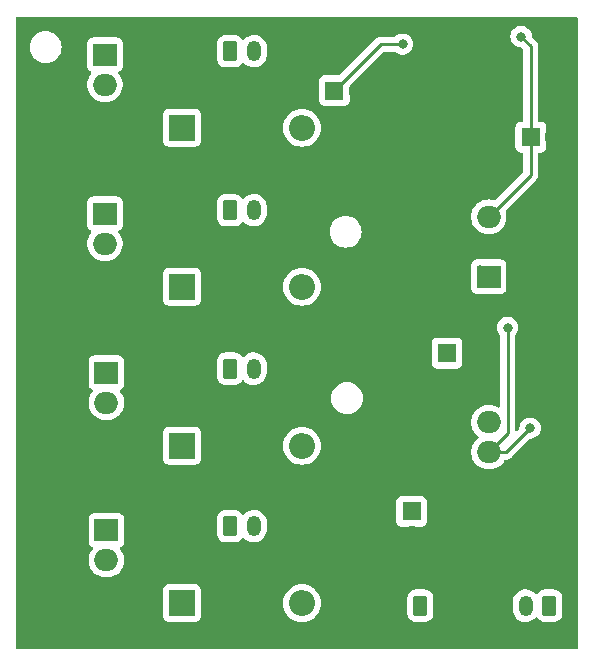
<source format=gbr>
%TF.GenerationSoftware,KiCad,Pcbnew,7.0.7*%
%TF.CreationDate,2024-03-27T23:02:26-04:00*%
%TF.ProjectId,pneu_pwr_brd,706e6575-5f70-4777-925f-6272642e6b69,rev?*%
%TF.SameCoordinates,Original*%
%TF.FileFunction,Copper,L2,Bot*%
%TF.FilePolarity,Positive*%
%FSLAX46Y46*%
G04 Gerber Fmt 4.6, Leading zero omitted, Abs format (unit mm)*
G04 Created by KiCad (PCBNEW 7.0.7) date 2024-03-27 23:02:26*
%MOMM*%
%LPD*%
G01*
G04 APERTURE LIST*
G04 Aperture macros list*
%AMRoundRect*
0 Rectangle with rounded corners*
0 $1 Rounding radius*
0 $2 $3 $4 $5 $6 $7 $8 $9 X,Y pos of 4 corners*
0 Add a 4 corners polygon primitive as box body*
4,1,4,$2,$3,$4,$5,$6,$7,$8,$9,$2,$3,0*
0 Add four circle primitives for the rounded corners*
1,1,$1+$1,$2,$3*
1,1,$1+$1,$4,$5*
1,1,$1+$1,$6,$7*
1,1,$1+$1,$8,$9*
0 Add four rect primitives between the rounded corners*
20,1,$1+$1,$2,$3,$4,$5,0*
20,1,$1+$1,$4,$5,$6,$7,0*
20,1,$1+$1,$6,$7,$8,$9,0*
20,1,$1+$1,$8,$9,$2,$3,0*%
G04 Aperture macros list end*
%TA.AperFunction,ComponentPad*%
%ADD10RoundRect,0.250000X-0.350000X-0.625000X0.350000X-0.625000X0.350000X0.625000X-0.350000X0.625000X0*%
%TD*%
%TA.AperFunction,ComponentPad*%
%ADD11O,1.200000X1.750000*%
%TD*%
%TA.AperFunction,ComponentPad*%
%ADD12R,2.000000X1.905000*%
%TD*%
%TA.AperFunction,ComponentPad*%
%ADD13O,2.000000X1.905000*%
%TD*%
%TA.AperFunction,ComponentPad*%
%ADD14R,2.200000X2.200000*%
%TD*%
%TA.AperFunction,ComponentPad*%
%ADD15O,2.200000X2.200000*%
%TD*%
%TA.AperFunction,ComponentPad*%
%ADD16R,1.600000X1.600000*%
%TD*%
%TA.AperFunction,ComponentPad*%
%ADD17C,1.600000*%
%TD*%
%TA.AperFunction,ComponentPad*%
%ADD18RoundRect,0.250000X0.350000X0.625000X-0.350000X0.625000X-0.350000X-0.625000X0.350000X-0.625000X0*%
%TD*%
%TA.AperFunction,ViaPad*%
%ADD19C,0.800000*%
%TD*%
%TA.AperFunction,Conductor*%
%ADD20C,0.250000*%
%TD*%
%TA.AperFunction,Conductor*%
%ADD21C,0.500000*%
%TD*%
G04 APERTURE END LIST*
D10*
%TO.P,J6,1,Pin_1*%
%TO.N,SLN1+*%
X155448000Y-94023000D03*
D11*
%TO.P,J6,2,Pin_2*%
%TO.N,SLN4-*%
X157448000Y-94023000D03*
%TD*%
D12*
%TO.P,U1,1,IN*%
%TO.N,SLN1+*%
X177348000Y-72898000D03*
D13*
%TO.P,U1,2,GND*%
%TO.N,GND*%
X177348000Y-70358000D03*
%TO.P,U1,3,OUT*%
%TO.N,+5V*%
X177348000Y-67818000D03*
%TD*%
D12*
%TO.P,Q6,1,G*%
%TO.N,Net-(Q6-G)*%
X144978000Y-94361000D03*
D13*
%TO.P,Q6,2,D*%
%TO.N,SLN4-*%
X144978000Y-96901000D03*
%TO.P,Q6,3,S*%
%TO.N,GND*%
X144978000Y-99441000D03*
%TD*%
D10*
%TO.P,J3,1,Pin_1*%
%TO.N,SLN1+*%
X155464000Y-53806000D03*
D11*
%TO.P,J3,2,Pin_2*%
%TO.N,SLN1-*%
X157464000Y-53806000D03*
%TD*%
D14*
%TO.P,D4,1,K*%
%TO.N,SLN1+*%
X151368000Y-100542000D03*
D15*
%TO.P,D4,2,A*%
%TO.N,SLN4-*%
X161528000Y-100542000D03*
%TD*%
D16*
%TO.P,C4,1*%
%TO.N,+3.3V*%
X170815000Y-92770888D03*
D17*
%TO.P,C4,2*%
%TO.N,GND*%
X170815000Y-94770888D03*
%TD*%
D14*
%TO.P,D2,1,K*%
%TO.N,SLN1+*%
X151368000Y-73745000D03*
D15*
%TO.P,D2,2,A*%
%TO.N,SLN2-*%
X161528000Y-73745000D03*
%TD*%
D18*
%TO.P,J2,1,Pin_1*%
%TO.N,Net-(J2-Pin_1)*%
X171561000Y-100753000D03*
D11*
%TO.P,J2,2,Pin_2*%
%TO.N,GND*%
X169561000Y-100753000D03*
%TD*%
D14*
%TO.P,D1,1,K*%
%TO.N,SLN1+*%
X151368000Y-60283000D03*
D15*
%TO.P,D1,2,A*%
%TO.N,SLN1-*%
X161528000Y-60283000D03*
%TD*%
D12*
%TO.P,Q3,1,G*%
%TO.N,Net-(Q3-G)*%
X144851000Y-54102000D03*
D13*
%TO.P,Q3,2,D*%
%TO.N,SLN1-*%
X144851000Y-56642000D03*
%TO.P,Q3,3,S*%
%TO.N,GND*%
X144851000Y-59182000D03*
%TD*%
D18*
%TO.P,J1,1,Pin_1*%
%TO.N,Net-(J1-Pin_1)*%
X182483000Y-100753000D03*
D11*
%TO.P,J1,2,Pin_2*%
%TO.N,Net-(J1-Pin_2)*%
X180483000Y-100753000D03*
%TD*%
D16*
%TO.P,C2,1*%
%TO.N,SLN1+*%
X173802113Y-79375000D03*
D17*
%TO.P,C2,2*%
%TO.N,GND*%
X171802113Y-79375000D03*
%TD*%
D12*
%TO.P,Q5,1,G*%
%TO.N,Net-(Q5-G)*%
X144978000Y-81026000D03*
D13*
%TO.P,Q5,2,D*%
%TO.N,SLN3-*%
X144978000Y-83566000D03*
%TO.P,Q5,3,S*%
%TO.N,GND*%
X144978000Y-86106000D03*
%TD*%
D14*
%TO.P,D3,1,K*%
%TO.N,SLN1+*%
X151368000Y-87207000D03*
D15*
%TO.P,D3,2,A*%
%TO.N,SLN3-*%
X161528000Y-87207000D03*
%TD*%
D10*
%TO.P,J4,1,Pin_1*%
%TO.N,SLN1+*%
X155432000Y-67268000D03*
D11*
%TO.P,J4,2,Pin_2*%
%TO.N,SLN2-*%
X157432000Y-67268000D03*
%TD*%
D10*
%TO.P,J5,1,Pin_1*%
%TO.N,SLN1+*%
X155448000Y-80688000D03*
D11*
%TO.P,J5,2,Pin_2*%
%TO.N,SLN3-*%
X157448000Y-80688000D03*
%TD*%
D16*
%TO.P,C3,1*%
%TO.N,+5V*%
X180908888Y-61087000D03*
D17*
%TO.P,C3,2*%
%TO.N,GND*%
X182908888Y-61087000D03*
%TD*%
D12*
%TO.P,Q4,1,G*%
%TO.N,Net-(Q4-G)*%
X144851000Y-67564000D03*
D13*
%TO.P,Q4,2,D*%
%TO.N,SLN2-*%
X144851000Y-70104000D03*
%TO.P,Q4,3,S*%
%TO.N,GND*%
X144851000Y-72644000D03*
%TD*%
D12*
%TO.P,U2,1,GND*%
%TO.N,GND*%
X177348000Y-90297000D03*
D13*
%TO.P,U2,2,VO*%
%TO.N,+3.3V*%
X177348000Y-87757000D03*
%TO.P,U2,3,VI*%
%TO.N,SLN1+*%
X177348000Y-85217000D03*
%TD*%
D16*
%TO.P,C1,1*%
%TO.N,+5V*%
X164271888Y-57150000D03*
D17*
%TO.P,C1,2*%
%TO.N,GND*%
X166271888Y-57150000D03*
%TD*%
D19*
%TO.N,+5V*%
X180086000Y-52578000D03*
X170053000Y-53213000D03*
%TO.N,+3.3V*%
X180848000Y-85725000D03*
X178943000Y-77216000D03*
%TD*%
D20*
%TO.N,+5V*%
X180908888Y-53400888D02*
X180086000Y-52578000D01*
X180908888Y-64257112D02*
X180908888Y-63627000D01*
X170053000Y-53213000D02*
X168208888Y-53213000D01*
X177348000Y-67818000D02*
X180908888Y-64257112D01*
X168208888Y-53213000D02*
X164271888Y-57150000D01*
X180908888Y-63627000D02*
X180908888Y-53400888D01*
D21*
%TO.N,SLN1+*%
X177348000Y-72898000D02*
X176645000Y-72195000D01*
X155448000Y-67284000D02*
X155432000Y-67268000D01*
X155432000Y-67268000D02*
X155464000Y-67236000D01*
D20*
%TO.N,+3.3V*%
X178943000Y-86162000D02*
X177348000Y-87757000D01*
X180848000Y-85725000D02*
X180721000Y-85852000D01*
X178816000Y-87757000D02*
X177348000Y-87757000D01*
X180848000Y-85725000D02*
X178816000Y-87757000D01*
X180721000Y-85852000D02*
X180721000Y-85852000D01*
X178943000Y-77216000D02*
X178943000Y-86162000D01*
%TD*%
%TA.AperFunction,Conductor*%
%TO.N,GND*%
G36*
X184854539Y-50947185D02*
G01*
X184900294Y-50999989D01*
X184911500Y-51051500D01*
X184911500Y-104269500D01*
X184891815Y-104336539D01*
X184839011Y-104382294D01*
X184787500Y-104393500D01*
X137411500Y-104393500D01*
X137344461Y-104373815D01*
X137298706Y-104321011D01*
X137287500Y-104269500D01*
X137287500Y-101689870D01*
X149767500Y-101689870D01*
X149767501Y-101689876D01*
X149773908Y-101749483D01*
X149824202Y-101884328D01*
X149824206Y-101884335D01*
X149910452Y-101999544D01*
X149910455Y-101999547D01*
X150025664Y-102085793D01*
X150025671Y-102085797D01*
X150160517Y-102136091D01*
X150160516Y-102136091D01*
X150167444Y-102136835D01*
X150220127Y-102142500D01*
X152515872Y-102142499D01*
X152575483Y-102136091D01*
X152710331Y-102085796D01*
X152825546Y-101999546D01*
X152911796Y-101884331D01*
X152962091Y-101749483D01*
X152968500Y-101689873D01*
X152968499Y-100541999D01*
X159922551Y-100541999D01*
X159942317Y-100793151D01*
X160001126Y-101038110D01*
X160097533Y-101270859D01*
X160229160Y-101485653D01*
X160229161Y-101485656D01*
X160267717Y-101530799D01*
X160392776Y-101677224D01*
X160490769Y-101760918D01*
X160584343Y-101840838D01*
X160584346Y-101840839D01*
X160799140Y-101972466D01*
X161017256Y-102062812D01*
X161031889Y-102068873D01*
X161276852Y-102127683D01*
X161528000Y-102147449D01*
X161779148Y-102127683D01*
X162024111Y-102068873D01*
X162256859Y-101972466D01*
X162471659Y-101840836D01*
X162663224Y-101677224D01*
X162826836Y-101485659D01*
X162862169Y-101428001D01*
X170460500Y-101428001D01*
X170460501Y-101428018D01*
X170471000Y-101530796D01*
X170471001Y-101530799D01*
X170496529Y-101607835D01*
X170526186Y-101697334D01*
X170618288Y-101846656D01*
X170742344Y-101970712D01*
X170891666Y-102062814D01*
X171058203Y-102117999D01*
X171160991Y-102128500D01*
X171961008Y-102128499D01*
X171961016Y-102128498D01*
X171961019Y-102128498D01*
X172022143Y-102122254D01*
X172063797Y-102117999D01*
X172230334Y-102062814D01*
X172379656Y-101970712D01*
X172503712Y-101846656D01*
X172595814Y-101697334D01*
X172650999Y-101530797D01*
X172661500Y-101428009D01*
X172661500Y-101080425D01*
X179382500Y-101080425D01*
X179397472Y-101237217D01*
X179397473Y-101237221D01*
X179453495Y-101428016D01*
X179456684Y-101438875D01*
X179480803Y-101485659D01*
X179552991Y-101625686D01*
X179682905Y-101790883D01*
X179682909Y-101790887D01*
X179841746Y-101928521D01*
X180023750Y-102033601D01*
X180023752Y-102033601D01*
X180023756Y-102033604D01*
X180222367Y-102102344D01*
X180430398Y-102132254D01*
X180640330Y-102122254D01*
X180844576Y-102072704D01*
X181004767Y-101999547D01*
X181035743Y-101985401D01*
X181035746Y-101985399D01*
X181035753Y-101985396D01*
X181206952Y-101863486D01*
X181304751Y-101760916D01*
X181365258Y-101725983D01*
X181435049Y-101729307D01*
X181491963Y-101769835D01*
X181500030Y-101781388D01*
X181540288Y-101846656D01*
X181664344Y-101970712D01*
X181813666Y-102062814D01*
X181980203Y-102117999D01*
X182082991Y-102128500D01*
X182883008Y-102128499D01*
X182883016Y-102128498D01*
X182883019Y-102128498D01*
X182944143Y-102122254D01*
X182985797Y-102117999D01*
X183152334Y-102062814D01*
X183301656Y-101970712D01*
X183425712Y-101846656D01*
X183517814Y-101697334D01*
X183572999Y-101530797D01*
X183583500Y-101428009D01*
X183583499Y-100077992D01*
X183572999Y-99975203D01*
X183517814Y-99808666D01*
X183425712Y-99659344D01*
X183301656Y-99535288D01*
X183208888Y-99478069D01*
X183152336Y-99443187D01*
X183152331Y-99443185D01*
X183122488Y-99433296D01*
X182985797Y-99388001D01*
X182985795Y-99388000D01*
X182883010Y-99377500D01*
X182082998Y-99377500D01*
X182082980Y-99377501D01*
X181980203Y-99388000D01*
X181980200Y-99388001D01*
X181813668Y-99443185D01*
X181813663Y-99443187D01*
X181664342Y-99535289D01*
X181540288Y-99659343D01*
X181540285Y-99659347D01*
X181501184Y-99722740D01*
X181449236Y-99769465D01*
X181380274Y-99780686D01*
X181316192Y-99752843D01*
X181298175Y-99734294D01*
X181283092Y-99715114D01*
X181283090Y-99715112D01*
X181124253Y-99577478D01*
X180942249Y-99472398D01*
X180942245Y-99472396D01*
X180942244Y-99472396D01*
X180743633Y-99403656D01*
X180535602Y-99373746D01*
X180535598Y-99373746D01*
X180325672Y-99383745D01*
X180121421Y-99433296D01*
X180121417Y-99433298D01*
X179930256Y-99520598D01*
X179930251Y-99520601D01*
X179759046Y-99642515D01*
X179759040Y-99642520D01*
X179614014Y-99794620D01*
X179500388Y-99971425D01*
X179422274Y-100166544D01*
X179398317Y-100290848D01*
X179382500Y-100372915D01*
X179382500Y-101080425D01*
X172661500Y-101080425D01*
X172661499Y-100077992D01*
X172650999Y-99975203D01*
X172595814Y-99808666D01*
X172503712Y-99659344D01*
X172379656Y-99535288D01*
X172286888Y-99478069D01*
X172230336Y-99443187D01*
X172230331Y-99443185D01*
X172200488Y-99433296D01*
X172063797Y-99388001D01*
X172063795Y-99388000D01*
X171961010Y-99377500D01*
X171160998Y-99377500D01*
X171160980Y-99377501D01*
X171058203Y-99388000D01*
X171058200Y-99388001D01*
X170891668Y-99443185D01*
X170891663Y-99443187D01*
X170742342Y-99535289D01*
X170618289Y-99659342D01*
X170526187Y-99808663D01*
X170526185Y-99808666D01*
X170526186Y-99808666D01*
X170471001Y-99975203D01*
X170471001Y-99975204D01*
X170471000Y-99975204D01*
X170460500Y-100077983D01*
X170460500Y-101428001D01*
X162862169Y-101428001D01*
X162958466Y-101270859D01*
X163054873Y-101038111D01*
X163113683Y-100793148D01*
X163133449Y-100542000D01*
X163113683Y-100290852D01*
X163054873Y-100045889D01*
X163054873Y-100045888D01*
X162958466Y-99813140D01*
X162826839Y-99598346D01*
X162826838Y-99598343D01*
X162719270Y-99472398D01*
X162663224Y-99406776D01*
X162536571Y-99298604D01*
X162471656Y-99243161D01*
X162471653Y-99243160D01*
X162256859Y-99111533D01*
X162024110Y-99015126D01*
X161779151Y-98956317D01*
X161528000Y-98936551D01*
X161276848Y-98956317D01*
X161031889Y-99015126D01*
X160799140Y-99111533D01*
X160584346Y-99243160D01*
X160584343Y-99243161D01*
X160392776Y-99406776D01*
X160229161Y-99598343D01*
X160229160Y-99598346D01*
X160097533Y-99813140D01*
X160001126Y-100045889D01*
X159942317Y-100290848D01*
X159922551Y-100541999D01*
X152968499Y-100541999D01*
X152968499Y-99394128D01*
X152962091Y-99334517D01*
X152928017Y-99243161D01*
X152911797Y-99199671D01*
X152911793Y-99199664D01*
X152825547Y-99084455D01*
X152825544Y-99084452D01*
X152710335Y-98998206D01*
X152710328Y-98998202D01*
X152575482Y-98947908D01*
X152575483Y-98947908D01*
X152515883Y-98941501D01*
X152515881Y-98941500D01*
X152515873Y-98941500D01*
X152515864Y-98941500D01*
X150220129Y-98941500D01*
X150220123Y-98941501D01*
X150160516Y-98947908D01*
X150025671Y-98998202D01*
X150025664Y-98998206D01*
X149910455Y-99084452D01*
X149910452Y-99084455D01*
X149824206Y-99199664D01*
X149824202Y-99199671D01*
X149773908Y-99334517D01*
X149767501Y-99394116D01*
X149767501Y-99394123D01*
X149767500Y-99394135D01*
X149767500Y-101689870D01*
X137287500Y-101689870D01*
X137287500Y-97021397D01*
X143477500Y-97021397D01*
X143517134Y-97258916D01*
X143595318Y-97486656D01*
X143595321Y-97486665D01*
X143709929Y-97698441D01*
X143753451Y-97754358D01*
X143857829Y-97888463D01*
X144034990Y-98051551D01*
X144236578Y-98183255D01*
X144457095Y-98279983D01*
X144690524Y-98339095D01*
X144870400Y-98354000D01*
X144870402Y-98354000D01*
X145085598Y-98354000D01*
X145085600Y-98354000D01*
X145265476Y-98339095D01*
X145498905Y-98279983D01*
X145719422Y-98183255D01*
X145921010Y-98051551D01*
X146098171Y-97888463D01*
X146246072Y-97698439D01*
X146360679Y-97486664D01*
X146438866Y-97258913D01*
X146478500Y-97021399D01*
X146478500Y-96780601D01*
X146438866Y-96543087D01*
X146360679Y-96315336D01*
X146246072Y-96103561D01*
X146246070Y-96103559D01*
X146246070Y-96103558D01*
X146246066Y-96103552D01*
X146135167Y-95961069D01*
X146109524Y-95896075D01*
X146123090Y-95827535D01*
X146171559Y-95777211D01*
X146189681Y-95768727D01*
X146220331Y-95757296D01*
X146335546Y-95671046D01*
X146421796Y-95555831D01*
X146472091Y-95420983D01*
X146478500Y-95361373D01*
X146478500Y-94698001D01*
X154347500Y-94698001D01*
X154347501Y-94698018D01*
X154358000Y-94800796D01*
X154358001Y-94800799D01*
X154389443Y-94895682D01*
X154413186Y-94967334D01*
X154505288Y-95116656D01*
X154629344Y-95240712D01*
X154778666Y-95332814D01*
X154945203Y-95387999D01*
X155047991Y-95398500D01*
X155848008Y-95398499D01*
X155848016Y-95398498D01*
X155848019Y-95398498D01*
X155909143Y-95392254D01*
X155950797Y-95387999D01*
X156117334Y-95332814D01*
X156266656Y-95240712D01*
X156390712Y-95116656D01*
X156429815Y-95053258D01*
X156481761Y-95006535D01*
X156550723Y-94995312D01*
X156614806Y-95023155D01*
X156632824Y-95041705D01*
X156647907Y-95060885D01*
X156647909Y-95060887D01*
X156806746Y-95198521D01*
X156988750Y-95303601D01*
X156988752Y-95303601D01*
X156988756Y-95303604D01*
X157187367Y-95372344D01*
X157395398Y-95402254D01*
X157605330Y-95392254D01*
X157809576Y-95342704D01*
X157895199Y-95303601D01*
X158000743Y-95255401D01*
X158000746Y-95255399D01*
X158000753Y-95255396D01*
X158171952Y-95133486D01*
X158187999Y-95116657D01*
X158316985Y-94981379D01*
X158326010Y-94967336D01*
X158430613Y-94804572D01*
X158508725Y-94609457D01*
X158548500Y-94403085D01*
X158548500Y-93695575D01*
X158541165Y-93618758D01*
X169514500Y-93618758D01*
X169514501Y-93618764D01*
X169520908Y-93678371D01*
X169571202Y-93813216D01*
X169571206Y-93813223D01*
X169657452Y-93928432D01*
X169657455Y-93928435D01*
X169772664Y-94014681D01*
X169772671Y-94014685D01*
X169907517Y-94064979D01*
X169907516Y-94064979D01*
X169914444Y-94065723D01*
X169967127Y-94071388D01*
X171662872Y-94071387D01*
X171722483Y-94064979D01*
X171857331Y-94014684D01*
X171972546Y-93928434D01*
X172058796Y-93813219D01*
X172109091Y-93678371D01*
X172115500Y-93618761D01*
X172115499Y-91923016D01*
X172109091Y-91863405D01*
X172058796Y-91728557D01*
X172058795Y-91728556D01*
X172058793Y-91728552D01*
X171972547Y-91613343D01*
X171972544Y-91613340D01*
X171857335Y-91527094D01*
X171857328Y-91527090D01*
X171722482Y-91476796D01*
X171722483Y-91476796D01*
X171662883Y-91470389D01*
X171662881Y-91470388D01*
X171662873Y-91470388D01*
X171662864Y-91470388D01*
X169967129Y-91470388D01*
X169967123Y-91470389D01*
X169907516Y-91476796D01*
X169772671Y-91527090D01*
X169772664Y-91527094D01*
X169657455Y-91613340D01*
X169657452Y-91613343D01*
X169571206Y-91728552D01*
X169571202Y-91728559D01*
X169520908Y-91863405D01*
X169514501Y-91923004D01*
X169514501Y-91923011D01*
X169514500Y-91923023D01*
X169514500Y-93618758D01*
X158541165Y-93618758D01*
X158533528Y-93538782D01*
X158474316Y-93337125D01*
X158378011Y-93150318D01*
X158378009Y-93150316D01*
X158378008Y-93150313D01*
X158248094Y-92985116D01*
X158248090Y-92985112D01*
X158089253Y-92847478D01*
X157907249Y-92742398D01*
X157907245Y-92742396D01*
X157907244Y-92742396D01*
X157708633Y-92673656D01*
X157500602Y-92643746D01*
X157500598Y-92643746D01*
X157290672Y-92653745D01*
X157086421Y-92703296D01*
X157086417Y-92703298D01*
X156895256Y-92790598D01*
X156895251Y-92790601D01*
X156724046Y-92912515D01*
X156724045Y-92912515D01*
X156626249Y-93015082D01*
X156565740Y-93050017D01*
X156495949Y-93046692D01*
X156439035Y-93006164D01*
X156430967Y-92994608D01*
X156412521Y-92964702D01*
X156390712Y-92929344D01*
X156266656Y-92805288D01*
X156173888Y-92748069D01*
X156117336Y-92713187D01*
X156117331Y-92713185D01*
X156087488Y-92703296D01*
X155950797Y-92658001D01*
X155950795Y-92658000D01*
X155848010Y-92647500D01*
X155047998Y-92647500D01*
X155047980Y-92647501D01*
X154945203Y-92658000D01*
X154945200Y-92658001D01*
X154778668Y-92713185D01*
X154778663Y-92713187D01*
X154629342Y-92805289D01*
X154505289Y-92929342D01*
X154413187Y-93078663D01*
X154413185Y-93078666D01*
X154413186Y-93078666D01*
X154358001Y-93245203D01*
X154358001Y-93245204D01*
X154358000Y-93245204D01*
X154347500Y-93347983D01*
X154347500Y-94698001D01*
X146478500Y-94698001D01*
X146478499Y-93360628D01*
X146472091Y-93301017D01*
X146421796Y-93166169D01*
X146421795Y-93166168D01*
X146421793Y-93166164D01*
X146335547Y-93050955D01*
X146335544Y-93050952D01*
X146220335Y-92964706D01*
X146220328Y-92964702D01*
X146085482Y-92914408D01*
X146085483Y-92914408D01*
X146025883Y-92908001D01*
X146025881Y-92908000D01*
X146025873Y-92908000D01*
X146025864Y-92908000D01*
X143930129Y-92908000D01*
X143930123Y-92908001D01*
X143870516Y-92914408D01*
X143735671Y-92964702D01*
X143735664Y-92964706D01*
X143620455Y-93050952D01*
X143620452Y-93050955D01*
X143534206Y-93166164D01*
X143534202Y-93166171D01*
X143483908Y-93301017D01*
X143477501Y-93360616D01*
X143477501Y-93360623D01*
X143477500Y-93360635D01*
X143477500Y-95361370D01*
X143477501Y-95361376D01*
X143483908Y-95420983D01*
X143534202Y-95555828D01*
X143534206Y-95555835D01*
X143620452Y-95671044D01*
X143620455Y-95671047D01*
X143735664Y-95757293D01*
X143735673Y-95757298D01*
X143766311Y-95768725D01*
X143822245Y-95810595D01*
X143846663Y-95876059D01*
X143831812Y-95944332D01*
X143820833Y-95961069D01*
X143709929Y-96103559D01*
X143595321Y-96315334D01*
X143595318Y-96315343D01*
X143517134Y-96543083D01*
X143477500Y-96780602D01*
X143477500Y-97021397D01*
X137287500Y-97021397D01*
X137287500Y-88354870D01*
X149767500Y-88354870D01*
X149767501Y-88354876D01*
X149773908Y-88414483D01*
X149824202Y-88549328D01*
X149824206Y-88549335D01*
X149910452Y-88664544D01*
X149910455Y-88664547D01*
X150025664Y-88750793D01*
X150025671Y-88750797D01*
X150160517Y-88801091D01*
X150160516Y-88801091D01*
X150167444Y-88801835D01*
X150220127Y-88807500D01*
X152515872Y-88807499D01*
X152575483Y-88801091D01*
X152710331Y-88750796D01*
X152825546Y-88664546D01*
X152911796Y-88549331D01*
X152962091Y-88414483D01*
X152968500Y-88354873D01*
X152968499Y-87206999D01*
X159922551Y-87206999D01*
X159942317Y-87458151D01*
X160001126Y-87703110D01*
X160097533Y-87935859D01*
X160229160Y-88150653D01*
X160229161Y-88150656D01*
X160254812Y-88180689D01*
X160392776Y-88342224D01*
X160517693Y-88448913D01*
X160584343Y-88505838D01*
X160584346Y-88505839D01*
X160799140Y-88637466D01*
X161031888Y-88733873D01*
X161031889Y-88733873D01*
X161276852Y-88792683D01*
X161528000Y-88812449D01*
X161779148Y-88792683D01*
X162024111Y-88733873D01*
X162256859Y-88637466D01*
X162471659Y-88505836D01*
X162663224Y-88342224D01*
X162826836Y-88150659D01*
X162958466Y-87935859D01*
X162982682Y-87877397D01*
X175847500Y-87877397D01*
X175887134Y-88114916D01*
X175965318Y-88342656D01*
X175965321Y-88342665D01*
X176079929Y-88554441D01*
X176123451Y-88610358D01*
X176227829Y-88744463D01*
X176404990Y-88907551D01*
X176606578Y-89039255D01*
X176827095Y-89135983D01*
X177060524Y-89195095D01*
X177240400Y-89210000D01*
X177240402Y-89210000D01*
X177455598Y-89210000D01*
X177455600Y-89210000D01*
X177635476Y-89195095D01*
X177868905Y-89135983D01*
X178089422Y-89039255D01*
X178291010Y-88907551D01*
X178468171Y-88744463D01*
X178616072Y-88554439D01*
X178673181Y-88448910D01*
X178722398Y-88399322D01*
X178778337Y-88383991D01*
X178824172Y-88382551D01*
X178825815Y-88382500D01*
X178855347Y-88382500D01*
X178855350Y-88382500D01*
X178862228Y-88381630D01*
X178868041Y-88381172D01*
X178914627Y-88379709D01*
X178933869Y-88374117D01*
X178952912Y-88370174D01*
X178972792Y-88367664D01*
X179016122Y-88350507D01*
X179021646Y-88348617D01*
X179025396Y-88347527D01*
X179066390Y-88335618D01*
X179083629Y-88325422D01*
X179101103Y-88316862D01*
X179119727Y-88309488D01*
X179119727Y-88309487D01*
X179119732Y-88309486D01*
X179157449Y-88282082D01*
X179162305Y-88278892D01*
X179202420Y-88255170D01*
X179216589Y-88240999D01*
X179231379Y-88228368D01*
X179247587Y-88216594D01*
X179277299Y-88180676D01*
X179281212Y-88176376D01*
X180795771Y-86661819D01*
X180857095Y-86628334D01*
X180883453Y-86625500D01*
X180942644Y-86625500D01*
X180942646Y-86625500D01*
X181127803Y-86586144D01*
X181300730Y-86509151D01*
X181453871Y-86397888D01*
X181580533Y-86257216D01*
X181675179Y-86093284D01*
X181733674Y-85913256D01*
X181753460Y-85725000D01*
X181733674Y-85536744D01*
X181675179Y-85356716D01*
X181580533Y-85192784D01*
X181453871Y-85052112D01*
X181453870Y-85052111D01*
X181300734Y-84940851D01*
X181300729Y-84940848D01*
X181127807Y-84863857D01*
X181127802Y-84863855D01*
X180982001Y-84832865D01*
X180942646Y-84824500D01*
X180753354Y-84824500D01*
X180720897Y-84831398D01*
X180568197Y-84863855D01*
X180568192Y-84863857D01*
X180395270Y-84940848D01*
X180395265Y-84940851D01*
X180242129Y-85052111D01*
X180115466Y-85192785D01*
X180020821Y-85356715D01*
X180020818Y-85356722D01*
X179962327Y-85536740D01*
X179962326Y-85536744D01*
X179947256Y-85680127D01*
X179944679Y-85704650D01*
X179918094Y-85769264D01*
X179909039Y-85779369D01*
X179780181Y-85908227D01*
X179718858Y-85941712D01*
X179649166Y-85936728D01*
X179593233Y-85894856D01*
X179568816Y-85829392D01*
X179568500Y-85820546D01*
X179568500Y-77914687D01*
X179588185Y-77847648D01*
X179600350Y-77831715D01*
X179618891Y-77811122D01*
X179675533Y-77748216D01*
X179770179Y-77584284D01*
X179828674Y-77404256D01*
X179848460Y-77216000D01*
X179828674Y-77027744D01*
X179770179Y-76847716D01*
X179675533Y-76683784D01*
X179548871Y-76543112D01*
X179548870Y-76543111D01*
X179395734Y-76431851D01*
X179395729Y-76431848D01*
X179222807Y-76354857D01*
X179222802Y-76354855D01*
X179077001Y-76323865D01*
X179037646Y-76315500D01*
X178848354Y-76315500D01*
X178815897Y-76322398D01*
X178663197Y-76354855D01*
X178663192Y-76354857D01*
X178490270Y-76431848D01*
X178490265Y-76431851D01*
X178337129Y-76543111D01*
X178210466Y-76683785D01*
X178115821Y-76847715D01*
X178115818Y-76847722D01*
X178057327Y-77027740D01*
X178057326Y-77027744D01*
X178037540Y-77216000D01*
X178057326Y-77404256D01*
X178057327Y-77404259D01*
X178115818Y-77584277D01*
X178115821Y-77584284D01*
X178210467Y-77748216D01*
X178253772Y-77796310D01*
X178285650Y-77831715D01*
X178315880Y-77894706D01*
X178317500Y-77914687D01*
X178317500Y-83854623D01*
X178297815Y-83921662D01*
X178245011Y-83967417D01*
X178175853Y-83977361D01*
X178125680Y-83958432D01*
X178089425Y-83934746D01*
X177868905Y-83838017D01*
X177635472Y-83778904D01*
X177491329Y-83766960D01*
X177455600Y-83764000D01*
X177240400Y-83764000D01*
X177207898Y-83766693D01*
X177060527Y-83778904D01*
X176827094Y-83838017D01*
X176606581Y-83934743D01*
X176606577Y-83934745D01*
X176606578Y-83934745D01*
X176404990Y-84066449D01*
X176227829Y-84229537D01*
X176184305Y-84285456D01*
X176079929Y-84419558D01*
X175965321Y-84631334D01*
X175965318Y-84631343D01*
X175887134Y-84859083D01*
X175862936Y-85004095D01*
X175847500Y-85096601D01*
X175847500Y-85337399D01*
X175863353Y-85432404D01*
X175887134Y-85574916D01*
X175965318Y-85802656D01*
X175965321Y-85802665D01*
X176079929Y-86014441D01*
X176114701Y-86059116D01*
X176227829Y-86204463D01*
X176404990Y-86367551D01*
X176428931Y-86383193D01*
X176474287Y-86436339D01*
X176483710Y-86505570D01*
X176454207Y-86568906D01*
X176428933Y-86590806D01*
X176404990Y-86606449D01*
X176227829Y-86769537D01*
X176184305Y-86825456D01*
X176079929Y-86959558D01*
X175965321Y-87171334D01*
X175965318Y-87171343D01*
X175887134Y-87399083D01*
X175847500Y-87636602D01*
X175847500Y-87877397D01*
X162982682Y-87877397D01*
X163054873Y-87703111D01*
X163113683Y-87458148D01*
X163133449Y-87207000D01*
X163113683Y-86955852D01*
X163054873Y-86710889D01*
X163003202Y-86586144D01*
X162958466Y-86478140D01*
X162826839Y-86263346D01*
X162826838Y-86263343D01*
X162704333Y-86119909D01*
X162663224Y-86071776D01*
X162505103Y-85936728D01*
X162471656Y-85908161D01*
X162471653Y-85908160D01*
X162256859Y-85776533D01*
X162024110Y-85680126D01*
X161779151Y-85621317D01*
X161528000Y-85601551D01*
X161276848Y-85621317D01*
X161031889Y-85680126D01*
X160799140Y-85776533D01*
X160584346Y-85908160D01*
X160584343Y-85908161D01*
X160392776Y-86071776D01*
X160229161Y-86263343D01*
X160229160Y-86263346D01*
X160097533Y-86478140D01*
X160001126Y-86710889D01*
X159942317Y-86955848D01*
X159922551Y-87206999D01*
X152968499Y-87206999D01*
X152968499Y-86059128D01*
X152962091Y-85999517D01*
X152938672Y-85936728D01*
X152911797Y-85864671D01*
X152911793Y-85864664D01*
X152825547Y-85749455D01*
X152825544Y-85749452D01*
X152710335Y-85663206D01*
X152710328Y-85663202D01*
X152575482Y-85612908D01*
X152575483Y-85612908D01*
X152515883Y-85606501D01*
X152515881Y-85606500D01*
X152515873Y-85606500D01*
X152515864Y-85606500D01*
X150220129Y-85606500D01*
X150220123Y-85606501D01*
X150160516Y-85612908D01*
X150025671Y-85663202D01*
X150025664Y-85663206D01*
X149910455Y-85749452D01*
X149910452Y-85749455D01*
X149824206Y-85864664D01*
X149824202Y-85864671D01*
X149773908Y-85999517D01*
X149772304Y-86014441D01*
X149767501Y-86059123D01*
X149767500Y-86059135D01*
X149767500Y-88354870D01*
X137287500Y-88354870D01*
X137287500Y-83686399D01*
X143477500Y-83686399D01*
X143493353Y-83781404D01*
X143517134Y-83923916D01*
X143595318Y-84151656D01*
X143595321Y-84151665D01*
X143709929Y-84363441D01*
X143753451Y-84419358D01*
X143857829Y-84553463D01*
X144034990Y-84716551D01*
X144236578Y-84848255D01*
X144457095Y-84944983D01*
X144690524Y-85004095D01*
X144870400Y-85019000D01*
X144870402Y-85019000D01*
X145085598Y-85019000D01*
X145085600Y-85019000D01*
X145265476Y-85004095D01*
X145498905Y-84944983D01*
X145719422Y-84848255D01*
X145921010Y-84716551D01*
X146098171Y-84553463D01*
X146246072Y-84363439D01*
X146360679Y-84151664D01*
X146438866Y-83923913D01*
X146478500Y-83686399D01*
X146478500Y-83445601D01*
X146438866Y-83208087D01*
X146430940Y-83185000D01*
X163998341Y-83185000D01*
X164018936Y-83420403D01*
X164018938Y-83420413D01*
X164080094Y-83648655D01*
X164080096Y-83648659D01*
X164080097Y-83648663D01*
X164097693Y-83686397D01*
X164179964Y-83862828D01*
X164179965Y-83862830D01*
X164315505Y-84056402D01*
X164482597Y-84223494D01*
X164676169Y-84359034D01*
X164676171Y-84359035D01*
X164890337Y-84458903D01*
X165118592Y-84520063D01*
X165295034Y-84535500D01*
X165412966Y-84535500D01*
X165589408Y-84520063D01*
X165817663Y-84458903D01*
X166031829Y-84359035D01*
X166225401Y-84223495D01*
X166392495Y-84056401D01*
X166528035Y-83862830D01*
X166627903Y-83648663D01*
X166689063Y-83420408D01*
X166709659Y-83185000D01*
X166689063Y-82949592D01*
X166627903Y-82721337D01*
X166528035Y-82507171D01*
X166528034Y-82507169D01*
X166392494Y-82313597D01*
X166225402Y-82146505D01*
X166031830Y-82010965D01*
X166031828Y-82010964D01*
X165924746Y-81961031D01*
X165817663Y-81911097D01*
X165817659Y-81911096D01*
X165817655Y-81911094D01*
X165589413Y-81849938D01*
X165589403Y-81849936D01*
X165412966Y-81834500D01*
X165295034Y-81834500D01*
X165118596Y-81849936D01*
X165118586Y-81849938D01*
X164890344Y-81911094D01*
X164890335Y-81911098D01*
X164676171Y-82010964D01*
X164676169Y-82010965D01*
X164482597Y-82146505D01*
X164315506Y-82313597D01*
X164315501Y-82313604D01*
X164179967Y-82507165D01*
X164179965Y-82507169D01*
X164080098Y-82721335D01*
X164080094Y-82721344D01*
X164018938Y-82949586D01*
X164018936Y-82949596D01*
X163998341Y-83184999D01*
X163998341Y-83185000D01*
X146430940Y-83185000D01*
X146360681Y-82980343D01*
X146360678Y-82980334D01*
X146246070Y-82768558D01*
X146246066Y-82768552D01*
X146135167Y-82626069D01*
X146109524Y-82561075D01*
X146123090Y-82492535D01*
X146171559Y-82442211D01*
X146189681Y-82433727D01*
X146220331Y-82422296D01*
X146335546Y-82336046D01*
X146421796Y-82220831D01*
X146472091Y-82085983D01*
X146478500Y-82026373D01*
X146478500Y-81363001D01*
X154347500Y-81363001D01*
X154347501Y-81363018D01*
X154358000Y-81465796D01*
X154358001Y-81465799D01*
X154389443Y-81560682D01*
X154413186Y-81632334D01*
X154505288Y-81781656D01*
X154629344Y-81905712D01*
X154778666Y-81997814D01*
X154945203Y-82052999D01*
X155047991Y-82063500D01*
X155848008Y-82063499D01*
X155848016Y-82063498D01*
X155848019Y-82063498D01*
X155909143Y-82057254D01*
X155950797Y-82052999D01*
X156117334Y-81997814D01*
X156266656Y-81905712D01*
X156390712Y-81781656D01*
X156429815Y-81718258D01*
X156481761Y-81671535D01*
X156550723Y-81660312D01*
X156614806Y-81688155D01*
X156632824Y-81706705D01*
X156647907Y-81725885D01*
X156647909Y-81725887D01*
X156806746Y-81863521D01*
X156988750Y-81968601D01*
X156988752Y-81968601D01*
X156988756Y-81968604D01*
X157187367Y-82037344D01*
X157395398Y-82067254D01*
X157605330Y-82057254D01*
X157809576Y-82007704D01*
X157895199Y-81968601D01*
X158000743Y-81920401D01*
X158000746Y-81920399D01*
X158000753Y-81920396D01*
X158171952Y-81798486D01*
X158187999Y-81781657D01*
X158316985Y-81646379D01*
X158326010Y-81632336D01*
X158430613Y-81469572D01*
X158508725Y-81274457D01*
X158548500Y-81068085D01*
X158548500Y-80360575D01*
X158535351Y-80222870D01*
X172501613Y-80222870D01*
X172501614Y-80222876D01*
X172508021Y-80282483D01*
X172558315Y-80417328D01*
X172558319Y-80417335D01*
X172644565Y-80532544D01*
X172644568Y-80532547D01*
X172759777Y-80618793D01*
X172759784Y-80618797D01*
X172894630Y-80669091D01*
X172894629Y-80669091D01*
X172901557Y-80669835D01*
X172954240Y-80675500D01*
X174649985Y-80675499D01*
X174709596Y-80669091D01*
X174844444Y-80618796D01*
X174959659Y-80532546D01*
X175045909Y-80417331D01*
X175096204Y-80282483D01*
X175102613Y-80222873D01*
X175102612Y-78527128D01*
X175096204Y-78467517D01*
X175045909Y-78332669D01*
X175045908Y-78332668D01*
X175045906Y-78332664D01*
X174959660Y-78217455D01*
X174959657Y-78217452D01*
X174844448Y-78131206D01*
X174844441Y-78131202D01*
X174709595Y-78080908D01*
X174709596Y-78080908D01*
X174649996Y-78074501D01*
X174649994Y-78074500D01*
X174649986Y-78074500D01*
X174649977Y-78074500D01*
X172954242Y-78074500D01*
X172954236Y-78074501D01*
X172894629Y-78080908D01*
X172759784Y-78131202D01*
X172759777Y-78131206D01*
X172644568Y-78217452D01*
X172644565Y-78217455D01*
X172558319Y-78332664D01*
X172558315Y-78332671D01*
X172508021Y-78467517D01*
X172501614Y-78527116D01*
X172501614Y-78527123D01*
X172501613Y-78527135D01*
X172501613Y-80222870D01*
X158535351Y-80222870D01*
X158533528Y-80203782D01*
X158474316Y-80002125D01*
X158378011Y-79815318D01*
X158378009Y-79815316D01*
X158378008Y-79815313D01*
X158248094Y-79650116D01*
X158248090Y-79650112D01*
X158089253Y-79512478D01*
X157907249Y-79407398D01*
X157907245Y-79407396D01*
X157907244Y-79407396D01*
X157708633Y-79338656D01*
X157500602Y-79308746D01*
X157500598Y-79308746D01*
X157290672Y-79318745D01*
X157086421Y-79368296D01*
X157086417Y-79368298D01*
X156895256Y-79455598D01*
X156895251Y-79455601D01*
X156724046Y-79577515D01*
X156724045Y-79577515D01*
X156626249Y-79680082D01*
X156565740Y-79715017D01*
X156495949Y-79711692D01*
X156439035Y-79671164D01*
X156430967Y-79659608D01*
X156412521Y-79629702D01*
X156390712Y-79594344D01*
X156266656Y-79470288D01*
X156173888Y-79413068D01*
X156117336Y-79378187D01*
X156117331Y-79378185D01*
X156087488Y-79368296D01*
X155950797Y-79323001D01*
X155950795Y-79323000D01*
X155848010Y-79312500D01*
X155047998Y-79312500D01*
X155047980Y-79312501D01*
X154945203Y-79323000D01*
X154945200Y-79323001D01*
X154778668Y-79378185D01*
X154778663Y-79378187D01*
X154629342Y-79470289D01*
X154505289Y-79594342D01*
X154413187Y-79743663D01*
X154413185Y-79743666D01*
X154413186Y-79743666D01*
X154358001Y-79910203D01*
X154358001Y-79910204D01*
X154358000Y-79910204D01*
X154347500Y-80012983D01*
X154347500Y-81363001D01*
X146478500Y-81363001D01*
X146478499Y-80025628D01*
X146472091Y-79966017D01*
X146421796Y-79831169D01*
X146421795Y-79831168D01*
X146421793Y-79831164D01*
X146335547Y-79715955D01*
X146335544Y-79715952D01*
X146220335Y-79629706D01*
X146220328Y-79629702D01*
X146085482Y-79579408D01*
X146085483Y-79579408D01*
X146025883Y-79573001D01*
X146025881Y-79573000D01*
X146025873Y-79573000D01*
X146025864Y-79573000D01*
X143930129Y-79573000D01*
X143930123Y-79573001D01*
X143870516Y-79579408D01*
X143735671Y-79629702D01*
X143735664Y-79629706D01*
X143620455Y-79715952D01*
X143620452Y-79715955D01*
X143534206Y-79831164D01*
X143534202Y-79831171D01*
X143483908Y-79966017D01*
X143477501Y-80025616D01*
X143477501Y-80025623D01*
X143477500Y-80025635D01*
X143477500Y-82026370D01*
X143477501Y-82026376D01*
X143483908Y-82085983D01*
X143534202Y-82220828D01*
X143534206Y-82220835D01*
X143620452Y-82336044D01*
X143620455Y-82336047D01*
X143735664Y-82422293D01*
X143735673Y-82422298D01*
X143766311Y-82433725D01*
X143822245Y-82475595D01*
X143846663Y-82541059D01*
X143831812Y-82609332D01*
X143820833Y-82626069D01*
X143709929Y-82768559D01*
X143595321Y-82980334D01*
X143595318Y-82980343D01*
X143517134Y-83208083D01*
X143485426Y-83398098D01*
X143477500Y-83445601D01*
X143477500Y-83686399D01*
X137287500Y-83686399D01*
X137287500Y-74892870D01*
X149767500Y-74892870D01*
X149767501Y-74892876D01*
X149773908Y-74952483D01*
X149824202Y-75087328D01*
X149824206Y-75087335D01*
X149910452Y-75202544D01*
X149910455Y-75202547D01*
X150025664Y-75288793D01*
X150025671Y-75288797D01*
X150160517Y-75339091D01*
X150160516Y-75339091D01*
X150167444Y-75339835D01*
X150220127Y-75345500D01*
X152515872Y-75345499D01*
X152575483Y-75339091D01*
X152710331Y-75288796D01*
X152825546Y-75202546D01*
X152911796Y-75087331D01*
X152962091Y-74952483D01*
X152968500Y-74892873D01*
X152968499Y-73745000D01*
X159922551Y-73745000D01*
X159942317Y-73996151D01*
X160001126Y-74241110D01*
X160097533Y-74473859D01*
X160229160Y-74688653D01*
X160229161Y-74688656D01*
X160229164Y-74688659D01*
X160392776Y-74880224D01*
X160541066Y-75006875D01*
X160584343Y-75043838D01*
X160584346Y-75043839D01*
X160799140Y-75175466D01*
X161031888Y-75271872D01*
X161031889Y-75271873D01*
X161276852Y-75330683D01*
X161528000Y-75350449D01*
X161779148Y-75330683D01*
X162024111Y-75271873D01*
X162256859Y-75175466D01*
X162471659Y-75043836D01*
X162663224Y-74880224D01*
X162826836Y-74688659D01*
X162958466Y-74473859D01*
X163054873Y-74241111D01*
X163113683Y-73996148D01*
X163121378Y-73898370D01*
X175847500Y-73898370D01*
X175847501Y-73898376D01*
X175853908Y-73957983D01*
X175904202Y-74092828D01*
X175904206Y-74092835D01*
X175990452Y-74208044D01*
X175990455Y-74208047D01*
X176105664Y-74294293D01*
X176105671Y-74294297D01*
X176240517Y-74344591D01*
X176240516Y-74344591D01*
X176247444Y-74345335D01*
X176300127Y-74351000D01*
X178395872Y-74350999D01*
X178455483Y-74344591D01*
X178590331Y-74294296D01*
X178705546Y-74208046D01*
X178791796Y-74092831D01*
X178842091Y-73957983D01*
X178848500Y-73898373D01*
X178848499Y-71897628D01*
X178842091Y-71838017D01*
X178791796Y-71703169D01*
X178791795Y-71703168D01*
X178791793Y-71703164D01*
X178705547Y-71587955D01*
X178705544Y-71587952D01*
X178590335Y-71501706D01*
X178590328Y-71501702D01*
X178455482Y-71451408D01*
X178455483Y-71451408D01*
X178395883Y-71445001D01*
X178395881Y-71445000D01*
X178395873Y-71445000D01*
X178395865Y-71445000D01*
X176736764Y-71445000D01*
X176711695Y-71442439D01*
X176710856Y-71442266D01*
X176710855Y-71442266D01*
X176663863Y-71443633D01*
X176616871Y-71445000D01*
X176300130Y-71445000D01*
X176300123Y-71445001D01*
X176240516Y-71451408D01*
X176105671Y-71501702D01*
X176105664Y-71501706D01*
X175990455Y-71587952D01*
X175990452Y-71587955D01*
X175904206Y-71703164D01*
X175904202Y-71703171D01*
X175853908Y-71838017D01*
X175847501Y-71897616D01*
X175847501Y-71897623D01*
X175847500Y-71897635D01*
X175847500Y-73898370D01*
X163121378Y-73898370D01*
X163133449Y-73745000D01*
X163113683Y-73493852D01*
X163054873Y-73248889D01*
X162958466Y-73016141D01*
X162958466Y-73016140D01*
X162826839Y-72801346D01*
X162826838Y-72801343D01*
X162789875Y-72758066D01*
X162663224Y-72609776D01*
X162536571Y-72501604D01*
X162471656Y-72446161D01*
X162471653Y-72446160D01*
X162256859Y-72314533D01*
X162024110Y-72218126D01*
X161779151Y-72159317D01*
X161528000Y-72139551D01*
X161276848Y-72159317D01*
X161031889Y-72218126D01*
X160799140Y-72314533D01*
X160584346Y-72446160D01*
X160584343Y-72446161D01*
X160392776Y-72609776D01*
X160229161Y-72801343D01*
X160229160Y-72801346D01*
X160097533Y-73016140D01*
X160001126Y-73248889D01*
X159942317Y-73493848D01*
X159922551Y-73745000D01*
X152968499Y-73745000D01*
X152968499Y-72597128D01*
X152962091Y-72537517D01*
X152928017Y-72446161D01*
X152911797Y-72402671D01*
X152911793Y-72402664D01*
X152825547Y-72287455D01*
X152825544Y-72287452D01*
X152710335Y-72201206D01*
X152710328Y-72201202D01*
X152575482Y-72150908D01*
X152575483Y-72150908D01*
X152515883Y-72144501D01*
X152515881Y-72144500D01*
X152515873Y-72144500D01*
X152515864Y-72144500D01*
X150220129Y-72144500D01*
X150220123Y-72144501D01*
X150160516Y-72150908D01*
X150025671Y-72201202D01*
X150025664Y-72201206D01*
X149910455Y-72287452D01*
X149910452Y-72287455D01*
X149824206Y-72402664D01*
X149824202Y-72402671D01*
X149773908Y-72537517D01*
X149767501Y-72597116D01*
X149767501Y-72597123D01*
X149767500Y-72597135D01*
X149767500Y-74892870D01*
X137287500Y-74892870D01*
X137287500Y-70224399D01*
X143350500Y-70224399D01*
X143366353Y-70319404D01*
X143390134Y-70461916D01*
X143468318Y-70689656D01*
X143468321Y-70689665D01*
X143582929Y-70901441D01*
X143626451Y-70957358D01*
X143730829Y-71091463D01*
X143907990Y-71254551D01*
X144109578Y-71386255D01*
X144330095Y-71482983D01*
X144563524Y-71542095D01*
X144743400Y-71557000D01*
X144743402Y-71557000D01*
X144958598Y-71557000D01*
X144958600Y-71557000D01*
X145138476Y-71542095D01*
X145371905Y-71482983D01*
X145592422Y-71386255D01*
X145794010Y-71254551D01*
X145971171Y-71091463D01*
X146119072Y-70901439D01*
X146233679Y-70689664D01*
X146311866Y-70461913D01*
X146351500Y-70224399D01*
X146351500Y-69983601D01*
X146311866Y-69746087D01*
X146233679Y-69518336D01*
X146119072Y-69306561D01*
X146119070Y-69306559D01*
X146119070Y-69306558D01*
X146119066Y-69306552D01*
X146008167Y-69164069D01*
X145982524Y-69099075D01*
X145984716Y-69088000D01*
X163871341Y-69088000D01*
X163891936Y-69323403D01*
X163891938Y-69323413D01*
X163953094Y-69551655D01*
X163953096Y-69551659D01*
X163953097Y-69551663D01*
X164003031Y-69658745D01*
X164052964Y-69765828D01*
X164052965Y-69765830D01*
X164188505Y-69959402D01*
X164355597Y-70126494D01*
X164549169Y-70262034D01*
X164549171Y-70262035D01*
X164763337Y-70361903D01*
X164991592Y-70423063D01*
X165168034Y-70438500D01*
X165285966Y-70438500D01*
X165462408Y-70423063D01*
X165690663Y-70361903D01*
X165904829Y-70262035D01*
X166098401Y-70126495D01*
X166265495Y-69959401D01*
X166401035Y-69765830D01*
X166500903Y-69551663D01*
X166562063Y-69323408D01*
X166582659Y-69088000D01*
X166562063Y-68852592D01*
X166500903Y-68624337D01*
X166401035Y-68410171D01*
X166401034Y-68410169D01*
X166265494Y-68216597D01*
X166098402Y-68049505D01*
X165939723Y-67938397D01*
X175847500Y-67938397D01*
X175887134Y-68175916D01*
X175965318Y-68403656D01*
X175965321Y-68403665D01*
X176079929Y-68615441D01*
X176123451Y-68671358D01*
X176227829Y-68805463D01*
X176404990Y-68968551D01*
X176606578Y-69100255D01*
X176827095Y-69196983D01*
X177060524Y-69256095D01*
X177240400Y-69271000D01*
X177240402Y-69271000D01*
X177455598Y-69271000D01*
X177455600Y-69271000D01*
X177635476Y-69256095D01*
X177868905Y-69196983D01*
X178089422Y-69100255D01*
X178291010Y-68968551D01*
X178468171Y-68805463D01*
X178616072Y-68615439D01*
X178730679Y-68403664D01*
X178808866Y-68175913D01*
X178848500Y-67938399D01*
X178848500Y-67697601D01*
X178808866Y-67460087D01*
X178778192Y-67370739D01*
X178775043Y-67300942D01*
X178807791Y-67242798D01*
X181292676Y-64757913D01*
X181304930Y-64748098D01*
X181304747Y-64747876D01*
X181310754Y-64742904D01*
X181310765Y-64742898D01*
X181341663Y-64709994D01*
X181358115Y-64692476D01*
X181368559Y-64682030D01*
X181379008Y-64671583D01*
X181383267Y-64666090D01*
X181387040Y-64661673D01*
X181418950Y-64627694D01*
X181428601Y-64610136D01*
X181439284Y-64593873D01*
X181451561Y-64578048D01*
X181470073Y-64535265D01*
X181472626Y-64530053D01*
X181495085Y-64489204D01*
X181500068Y-64469792D01*
X181506369Y-64451392D01*
X181514325Y-64433008D01*
X181521617Y-64386964D01*
X181522794Y-64381283D01*
X181534388Y-64336131D01*
X181534388Y-64316095D01*
X181535915Y-64296694D01*
X181539048Y-64276916D01*
X181534663Y-64230527D01*
X181534388Y-64224689D01*
X181534388Y-62511499D01*
X181554073Y-62444460D01*
X181606877Y-62398705D01*
X181658388Y-62387499D01*
X181756759Y-62387499D01*
X181756760Y-62387499D01*
X181816371Y-62381091D01*
X181951219Y-62330796D01*
X182066434Y-62244546D01*
X182152684Y-62129331D01*
X182202979Y-61994483D01*
X182209388Y-61934873D01*
X182209387Y-60239128D01*
X182202979Y-60179517D01*
X182152684Y-60044669D01*
X182152683Y-60044668D01*
X182152681Y-60044664D01*
X182066435Y-59929455D01*
X182066432Y-59929452D01*
X181951223Y-59843206D01*
X181951216Y-59843202D01*
X181816370Y-59792908D01*
X181816371Y-59792908D01*
X181756771Y-59786501D01*
X181756769Y-59786500D01*
X181756761Y-59786500D01*
X181756753Y-59786500D01*
X181658388Y-59786500D01*
X181591349Y-59766815D01*
X181545594Y-59714011D01*
X181534388Y-59662500D01*
X181534388Y-53483625D01*
X181536112Y-53468011D01*
X181535826Y-53467984D01*
X181536560Y-53460221D01*
X181534707Y-53401259D01*
X181534388Y-53391090D01*
X181534388Y-53361538D01*
X181533517Y-53354647D01*
X181533060Y-53348833D01*
X181531597Y-53302262D01*
X181531597Y-53302260D01*
X181526008Y-53283025D01*
X181522062Y-53263972D01*
X181519552Y-53244096D01*
X181502389Y-53200747D01*
X181500502Y-53195234D01*
X181487505Y-53150498D01*
X181487504Y-53150496D01*
X181477309Y-53133257D01*
X181468748Y-53115781D01*
X181463145Y-53101629D01*
X181461374Y-53097156D01*
X181461374Y-53097155D01*
X181451362Y-53083376D01*
X181433971Y-53059438D01*
X181430788Y-53054593D01*
X181407058Y-53014467D01*
X181407053Y-53014461D01*
X181392893Y-53000301D01*
X181380258Y-52985508D01*
X181368481Y-52969300D01*
X181332581Y-52939601D01*
X181328269Y-52935678D01*
X181024960Y-52632369D01*
X180991475Y-52571046D01*
X180989323Y-52557668D01*
X180971674Y-52389744D01*
X180913179Y-52209716D01*
X180818533Y-52045784D01*
X180691871Y-51905112D01*
X180691870Y-51905111D01*
X180538734Y-51793851D01*
X180538729Y-51793848D01*
X180365807Y-51716857D01*
X180365802Y-51716855D01*
X180220001Y-51685865D01*
X180180646Y-51677500D01*
X179991354Y-51677500D01*
X179958897Y-51684398D01*
X179806197Y-51716855D01*
X179806192Y-51716857D01*
X179633270Y-51793848D01*
X179633265Y-51793851D01*
X179480129Y-51905111D01*
X179353466Y-52045785D01*
X179258821Y-52209715D01*
X179258818Y-52209722D01*
X179212636Y-52351857D01*
X179200326Y-52389744D01*
X179180540Y-52578000D01*
X179200326Y-52766256D01*
X179200327Y-52766259D01*
X179258818Y-52946277D01*
X179258821Y-52946284D01*
X179353467Y-53110216D01*
X179462749Y-53231586D01*
X179480129Y-53250888D01*
X179633265Y-53362148D01*
X179633270Y-53362151D01*
X179806192Y-53439142D01*
X179806197Y-53439144D01*
X179991354Y-53478500D01*
X180050547Y-53478500D01*
X180117586Y-53498185D01*
X180138223Y-53514814D01*
X180247070Y-53623660D01*
X180280554Y-53684981D01*
X180283388Y-53711340D01*
X180283388Y-59662500D01*
X180263703Y-59729539D01*
X180210899Y-59775294D01*
X180159389Y-59786500D01*
X180061018Y-59786500D01*
X180061011Y-59786501D01*
X180001404Y-59792908D01*
X179866559Y-59843202D01*
X179866552Y-59843206D01*
X179751343Y-59929452D01*
X179751340Y-59929455D01*
X179665094Y-60044664D01*
X179665090Y-60044671D01*
X179614796Y-60179517D01*
X179608389Y-60239116D01*
X179608389Y-60239123D01*
X179608388Y-60239135D01*
X179608388Y-61934870D01*
X179608389Y-61934876D01*
X179614796Y-61994483D01*
X179665090Y-62129328D01*
X179665094Y-62129335D01*
X179751340Y-62244544D01*
X179751343Y-62244547D01*
X179866552Y-62330793D01*
X179866559Y-62330797D01*
X179911506Y-62347560D01*
X180001405Y-62381091D01*
X180061015Y-62387500D01*
X180159388Y-62387499D01*
X180226426Y-62407183D01*
X180272182Y-62459986D01*
X180283388Y-62511499D01*
X180283388Y-63946658D01*
X180263703Y-64013697D01*
X180247069Y-64034339D01*
X177897569Y-66383838D01*
X177836246Y-66417323D01*
X177779448Y-66416363D01*
X177635472Y-66379904D01*
X177491329Y-66367960D01*
X177455600Y-66365000D01*
X177240400Y-66365000D01*
X177207898Y-66367693D01*
X177060527Y-66379904D01*
X176827094Y-66439017D01*
X176606581Y-66535743D01*
X176404990Y-66667449D01*
X176278619Y-66783782D01*
X176227829Y-66830537D01*
X176184305Y-66886456D01*
X176079929Y-67020558D01*
X175965321Y-67232334D01*
X175965318Y-67232343D01*
X175887134Y-67460083D01*
X175847500Y-67697602D01*
X175847500Y-67938397D01*
X165939723Y-67938397D01*
X165904830Y-67913965D01*
X165904828Y-67913964D01*
X165797745Y-67864030D01*
X165690663Y-67814097D01*
X165690659Y-67814096D01*
X165690655Y-67814094D01*
X165462413Y-67752938D01*
X165462403Y-67752936D01*
X165285966Y-67737500D01*
X165168034Y-67737500D01*
X164991596Y-67752936D01*
X164991586Y-67752938D01*
X164763344Y-67814094D01*
X164763335Y-67814098D01*
X164549171Y-67913964D01*
X164549169Y-67913965D01*
X164355597Y-68049505D01*
X164188506Y-68216597D01*
X164188501Y-68216604D01*
X164052967Y-68410165D01*
X164052965Y-68410169D01*
X163953098Y-68624335D01*
X163953094Y-68624344D01*
X163891938Y-68852586D01*
X163891936Y-68852596D01*
X163871341Y-69087999D01*
X163871341Y-69088000D01*
X145984716Y-69088000D01*
X145996090Y-69030535D01*
X146044559Y-68980211D01*
X146062681Y-68971727D01*
X146093331Y-68960296D01*
X146208546Y-68874046D01*
X146294796Y-68758831D01*
X146345091Y-68623983D01*
X146351500Y-68564373D01*
X146351500Y-67943001D01*
X154331500Y-67943001D01*
X154331501Y-67943018D01*
X154342000Y-68045796D01*
X154342001Y-68045799D01*
X154397185Y-68212331D01*
X154397187Y-68212336D01*
X154399820Y-68216604D01*
X154489288Y-68361656D01*
X154613344Y-68485712D01*
X154762666Y-68577814D01*
X154929203Y-68632999D01*
X155031991Y-68643500D01*
X155832008Y-68643499D01*
X155832016Y-68643498D01*
X155832019Y-68643498D01*
X155893143Y-68637254D01*
X155934797Y-68632999D01*
X156101334Y-68577814D01*
X156250656Y-68485712D01*
X156374712Y-68361656D01*
X156413815Y-68298258D01*
X156465761Y-68251535D01*
X156534723Y-68240312D01*
X156598806Y-68268155D01*
X156616824Y-68286705D01*
X156631907Y-68305885D01*
X156631909Y-68305887D01*
X156790746Y-68443521D01*
X156972750Y-68548601D01*
X156972752Y-68548601D01*
X156972756Y-68548604D01*
X157171367Y-68617344D01*
X157379398Y-68647254D01*
X157589330Y-68637254D01*
X157793576Y-68587704D01*
X157879199Y-68548601D01*
X157984743Y-68500401D01*
X157984746Y-68500399D01*
X157984753Y-68500396D01*
X158155952Y-68378486D01*
X158171999Y-68361657D01*
X158300985Y-68226379D01*
X158307267Y-68216604D01*
X158414613Y-68049572D01*
X158492725Y-67854457D01*
X158532500Y-67648085D01*
X158532500Y-66940575D01*
X158517528Y-66783782D01*
X158458316Y-66582125D01*
X158362011Y-66395318D01*
X158362009Y-66395316D01*
X158362008Y-66395313D01*
X158232094Y-66230116D01*
X158232090Y-66230112D01*
X158073253Y-66092478D01*
X157891249Y-65987398D01*
X157891245Y-65987396D01*
X157891244Y-65987396D01*
X157692633Y-65918656D01*
X157484602Y-65888746D01*
X157484598Y-65888746D01*
X157274672Y-65898745D01*
X157070421Y-65948296D01*
X157070417Y-65948298D01*
X156879256Y-66035598D01*
X156879251Y-66035601D01*
X156708046Y-66157515D01*
X156708045Y-66157515D01*
X156610249Y-66260082D01*
X156549740Y-66295017D01*
X156479949Y-66291692D01*
X156423035Y-66251164D01*
X156414967Y-66239608D01*
X156409110Y-66230112D01*
X156374712Y-66174344D01*
X156250656Y-66050288D01*
X156157888Y-65993068D01*
X156101336Y-65958187D01*
X156101331Y-65958185D01*
X156071488Y-65948296D01*
X155934797Y-65903001D01*
X155934795Y-65903000D01*
X155832010Y-65892500D01*
X155031998Y-65892500D01*
X155031980Y-65892501D01*
X154929203Y-65903000D01*
X154929200Y-65903001D01*
X154762668Y-65958185D01*
X154762663Y-65958187D01*
X154613342Y-66050289D01*
X154489289Y-66174342D01*
X154397187Y-66323663D01*
X154397185Y-66323668D01*
X154378550Y-66379905D01*
X154342001Y-66490203D01*
X154342001Y-66490204D01*
X154342000Y-66490204D01*
X154331500Y-66592983D01*
X154331500Y-67943001D01*
X146351500Y-67943001D01*
X146351499Y-66563628D01*
X146345091Y-66504017D01*
X146318849Y-66433659D01*
X146294797Y-66369171D01*
X146294793Y-66369164D01*
X146208547Y-66253955D01*
X146208544Y-66253952D01*
X146093335Y-66167706D01*
X146093328Y-66167702D01*
X145958482Y-66117408D01*
X145958483Y-66117408D01*
X145898883Y-66111001D01*
X145898881Y-66111000D01*
X145898873Y-66111000D01*
X145898864Y-66111000D01*
X143803129Y-66111000D01*
X143803123Y-66111001D01*
X143743516Y-66117408D01*
X143608671Y-66167702D01*
X143608664Y-66167706D01*
X143493455Y-66253952D01*
X143493452Y-66253955D01*
X143407206Y-66369164D01*
X143407202Y-66369171D01*
X143356908Y-66504017D01*
X143350501Y-66563616D01*
X143350501Y-66563623D01*
X143350500Y-66563635D01*
X143350500Y-68564370D01*
X143350501Y-68564376D01*
X143356908Y-68623983D01*
X143407202Y-68758828D01*
X143407206Y-68758835D01*
X143493452Y-68874044D01*
X143493455Y-68874047D01*
X143608664Y-68960293D01*
X143608673Y-68960298D01*
X143639311Y-68971725D01*
X143695245Y-69013595D01*
X143719663Y-69079059D01*
X143704812Y-69147332D01*
X143693833Y-69164069D01*
X143582929Y-69306559D01*
X143468321Y-69518334D01*
X143468318Y-69518343D01*
X143390134Y-69746083D01*
X143358426Y-69936098D01*
X143350500Y-69983601D01*
X143350500Y-70224399D01*
X137287500Y-70224399D01*
X137287500Y-61430870D01*
X149767500Y-61430870D01*
X149767501Y-61430876D01*
X149773908Y-61490483D01*
X149824202Y-61625328D01*
X149824206Y-61625335D01*
X149910452Y-61740544D01*
X149910455Y-61740547D01*
X150025664Y-61826793D01*
X150025671Y-61826797D01*
X150160517Y-61877091D01*
X150160516Y-61877091D01*
X150167444Y-61877835D01*
X150220127Y-61883500D01*
X152515872Y-61883499D01*
X152575483Y-61877091D01*
X152710331Y-61826796D01*
X152825546Y-61740546D01*
X152911796Y-61625331D01*
X152962091Y-61490483D01*
X152968500Y-61430873D01*
X152968499Y-60282999D01*
X159922551Y-60282999D01*
X159942317Y-60534151D01*
X160001126Y-60779110D01*
X160097533Y-61011859D01*
X160229160Y-61226653D01*
X160229161Y-61226656D01*
X160229164Y-61226659D01*
X160392776Y-61418224D01*
X160541066Y-61544875D01*
X160584343Y-61581838D01*
X160584346Y-61581839D01*
X160799140Y-61713466D01*
X161031888Y-61809873D01*
X161031889Y-61809873D01*
X161276852Y-61868683D01*
X161528000Y-61888449D01*
X161779148Y-61868683D01*
X162024111Y-61809873D01*
X162256859Y-61713466D01*
X162471659Y-61581836D01*
X162663224Y-61418224D01*
X162826836Y-61226659D01*
X162958466Y-61011859D01*
X163054873Y-60779111D01*
X163113683Y-60534148D01*
X163133449Y-60283000D01*
X163113683Y-60031852D01*
X163054873Y-59786889D01*
X162958466Y-59554141D01*
X162958466Y-59554140D01*
X162826839Y-59339346D01*
X162826838Y-59339343D01*
X162789875Y-59296066D01*
X162663224Y-59147776D01*
X162536571Y-59039604D01*
X162471656Y-58984161D01*
X162471653Y-58984160D01*
X162256859Y-58852533D01*
X162024110Y-58756126D01*
X161779151Y-58697317D01*
X161590786Y-58682492D01*
X161528000Y-58677551D01*
X161527999Y-58677551D01*
X161276848Y-58697317D01*
X161031889Y-58756126D01*
X160799140Y-58852533D01*
X160584346Y-58984160D01*
X160584343Y-58984161D01*
X160392776Y-59147776D01*
X160229161Y-59339343D01*
X160229160Y-59339346D01*
X160097533Y-59554140D01*
X160001126Y-59786889D01*
X159942317Y-60031848D01*
X159922551Y-60282999D01*
X152968499Y-60282999D01*
X152968499Y-59135128D01*
X152962091Y-59075517D01*
X152928017Y-58984161D01*
X152911797Y-58940671D01*
X152911793Y-58940664D01*
X152825547Y-58825455D01*
X152825544Y-58825452D01*
X152710335Y-58739206D01*
X152710328Y-58739202D01*
X152575482Y-58688908D01*
X152575483Y-58688908D01*
X152515883Y-58682501D01*
X152515881Y-58682500D01*
X152515873Y-58682500D01*
X152515864Y-58682500D01*
X150220129Y-58682500D01*
X150220123Y-58682501D01*
X150160516Y-58688908D01*
X150025671Y-58739202D01*
X150025664Y-58739206D01*
X149910455Y-58825452D01*
X149910452Y-58825455D01*
X149824206Y-58940664D01*
X149824202Y-58940671D01*
X149773908Y-59075517D01*
X149767501Y-59135116D01*
X149767501Y-59135123D01*
X149767500Y-59135135D01*
X149767500Y-61430870D01*
X137287500Y-61430870D01*
X137287500Y-56762397D01*
X143350500Y-56762397D01*
X143390134Y-56999916D01*
X143468318Y-57227656D01*
X143468321Y-57227665D01*
X143582929Y-57439441D01*
X143626451Y-57495358D01*
X143730829Y-57629463D01*
X143907990Y-57792551D01*
X144109578Y-57924255D01*
X144330095Y-58020983D01*
X144563524Y-58080095D01*
X144743400Y-58095000D01*
X144743402Y-58095000D01*
X144958598Y-58095000D01*
X144958600Y-58095000D01*
X145138476Y-58080095D01*
X145371905Y-58020983D01*
X145424597Y-57997870D01*
X162971388Y-57997870D01*
X162971389Y-57997876D01*
X162977796Y-58057483D01*
X163028090Y-58192328D01*
X163028094Y-58192335D01*
X163114340Y-58307544D01*
X163114343Y-58307547D01*
X163229552Y-58393793D01*
X163229559Y-58393797D01*
X163364405Y-58444091D01*
X163364404Y-58444091D01*
X163371332Y-58444835D01*
X163424015Y-58450500D01*
X165119760Y-58450499D01*
X165179371Y-58444091D01*
X165314219Y-58393796D01*
X165429434Y-58307546D01*
X165515684Y-58192331D01*
X165565979Y-58057483D01*
X165572388Y-57997873D01*
X165572387Y-56785450D01*
X165592072Y-56718412D01*
X165608701Y-56697775D01*
X168431658Y-53874819D01*
X168492982Y-53841334D01*
X168519340Y-53838500D01*
X169349252Y-53838500D01*
X169416291Y-53858185D01*
X169441400Y-53879526D01*
X169447126Y-53885885D01*
X169447130Y-53885889D01*
X169600265Y-53997148D01*
X169600270Y-53997151D01*
X169773192Y-54074142D01*
X169773197Y-54074144D01*
X169958354Y-54113500D01*
X169958355Y-54113500D01*
X170147644Y-54113500D01*
X170147646Y-54113500D01*
X170332803Y-54074144D01*
X170505730Y-53997151D01*
X170658871Y-53885888D01*
X170785533Y-53745216D01*
X170880179Y-53581284D01*
X170938674Y-53401256D01*
X170958460Y-53213000D01*
X170938674Y-53024744D01*
X170880179Y-52844716D01*
X170785533Y-52680784D01*
X170658871Y-52540112D01*
X170658870Y-52540111D01*
X170505734Y-52428851D01*
X170505729Y-52428848D01*
X170332807Y-52351857D01*
X170332802Y-52351855D01*
X170187000Y-52320865D01*
X170147646Y-52312500D01*
X169958354Y-52312500D01*
X169925897Y-52319398D01*
X169773197Y-52351855D01*
X169773192Y-52351857D01*
X169600270Y-52428848D01*
X169600265Y-52428851D01*
X169447130Y-52540110D01*
X169447126Y-52540114D01*
X169441400Y-52546474D01*
X169381913Y-52583121D01*
X169349252Y-52587500D01*
X168291631Y-52587500D01*
X168276010Y-52585775D01*
X168275984Y-52586061D01*
X168268222Y-52585327D01*
X168268221Y-52585327D01*
X168199074Y-52587500D01*
X168169537Y-52587500D01*
X168162654Y-52588369D01*
X168156837Y-52588826D01*
X168110261Y-52590290D01*
X168091017Y-52595881D01*
X168071967Y-52599825D01*
X168052099Y-52602334D01*
X168008772Y-52619488D01*
X168003246Y-52621379D01*
X167958502Y-52634379D01*
X167958498Y-52634381D01*
X167941254Y-52644579D01*
X167923793Y-52653133D01*
X167905162Y-52660510D01*
X167905150Y-52660517D01*
X167867458Y-52687902D01*
X167862575Y-52691109D01*
X167822468Y-52714829D01*
X167808302Y-52728995D01*
X167793512Y-52741627D01*
X167777302Y-52753404D01*
X167777299Y-52753407D01*
X167747598Y-52789309D01*
X167743665Y-52793631D01*
X164724114Y-55813181D01*
X164662791Y-55846666D01*
X164636433Y-55849500D01*
X163424017Y-55849500D01*
X163424011Y-55849501D01*
X163364404Y-55855908D01*
X163229559Y-55906202D01*
X163229552Y-55906206D01*
X163114343Y-55992452D01*
X163114340Y-55992455D01*
X163028094Y-56107664D01*
X163028090Y-56107671D01*
X162977796Y-56242517D01*
X162971389Y-56302116D01*
X162971388Y-56302135D01*
X162971388Y-57997870D01*
X145424597Y-57997870D01*
X145592422Y-57924255D01*
X145794010Y-57792551D01*
X145971171Y-57629463D01*
X146119072Y-57439439D01*
X146233679Y-57227664D01*
X146311866Y-56999913D01*
X146351500Y-56762399D01*
X146351500Y-56521601D01*
X146311866Y-56284087D01*
X146233679Y-56056336D01*
X146119072Y-55844561D01*
X146119070Y-55844559D01*
X146119070Y-55844558D01*
X146119066Y-55844552D01*
X146008167Y-55702069D01*
X145982524Y-55637075D01*
X145996090Y-55568535D01*
X146044559Y-55518211D01*
X146062681Y-55509727D01*
X146093331Y-55498296D01*
X146208546Y-55412046D01*
X146294796Y-55296831D01*
X146345091Y-55161983D01*
X146351500Y-55102373D01*
X146351500Y-54481001D01*
X154363500Y-54481001D01*
X154363501Y-54481018D01*
X154374000Y-54583796D01*
X154374001Y-54583799D01*
X154429185Y-54750331D01*
X154429187Y-54750336D01*
X154463616Y-54806155D01*
X154521288Y-54899656D01*
X154645344Y-55023712D01*
X154794666Y-55115814D01*
X154961203Y-55170999D01*
X155063991Y-55181500D01*
X155864008Y-55181499D01*
X155864016Y-55181498D01*
X155864019Y-55181498D01*
X155925143Y-55175254D01*
X155966797Y-55170999D01*
X156133334Y-55115814D01*
X156282656Y-55023712D01*
X156406712Y-54899656D01*
X156445815Y-54836258D01*
X156497761Y-54789535D01*
X156566723Y-54778312D01*
X156630806Y-54806155D01*
X156648824Y-54824705D01*
X156663907Y-54843885D01*
X156663909Y-54843887D01*
X156822746Y-54981521D01*
X157004750Y-55086601D01*
X157004752Y-55086601D01*
X157004756Y-55086604D01*
X157203367Y-55155344D01*
X157411398Y-55185254D01*
X157621330Y-55175254D01*
X157825576Y-55125704D01*
X157911199Y-55086601D01*
X158016743Y-55038401D01*
X158016746Y-55038399D01*
X158016753Y-55038396D01*
X158187952Y-54916486D01*
X158203999Y-54899657D01*
X158332985Y-54764379D01*
X158342010Y-54750336D01*
X158446613Y-54587572D01*
X158524725Y-54392457D01*
X158564500Y-54186085D01*
X158564500Y-53478575D01*
X158549528Y-53321782D01*
X158490316Y-53120125D01*
X158394011Y-52933318D01*
X158394009Y-52933316D01*
X158394008Y-52933313D01*
X158264094Y-52768116D01*
X158264090Y-52768112D01*
X158105253Y-52630478D01*
X157923249Y-52525398D01*
X157923245Y-52525396D01*
X157923244Y-52525396D01*
X157724633Y-52456656D01*
X157516602Y-52426746D01*
X157516598Y-52426746D01*
X157306672Y-52436745D01*
X157102421Y-52486296D01*
X157102417Y-52486298D01*
X156911256Y-52573598D01*
X156911251Y-52573601D01*
X156740046Y-52695515D01*
X156740045Y-52695515D01*
X156642249Y-52798082D01*
X156581740Y-52833017D01*
X156511949Y-52829692D01*
X156455035Y-52789164D01*
X156446967Y-52777608D01*
X156432038Y-52753404D01*
X156406712Y-52712344D01*
X156282656Y-52588288D01*
X156189888Y-52531068D01*
X156133336Y-52496187D01*
X156133331Y-52496185D01*
X156103488Y-52486296D01*
X155966797Y-52441001D01*
X155966795Y-52441000D01*
X155864010Y-52430500D01*
X155063998Y-52430500D01*
X155063980Y-52430501D01*
X154961203Y-52441000D01*
X154961200Y-52441001D01*
X154794668Y-52496185D01*
X154794663Y-52496187D01*
X154645342Y-52588289D01*
X154521289Y-52712342D01*
X154429187Y-52861663D01*
X154429185Y-52861666D01*
X154429186Y-52861666D01*
X154374001Y-53028203D01*
X154374001Y-53028204D01*
X154374000Y-53028204D01*
X154363500Y-53130983D01*
X154363500Y-54481001D01*
X146351500Y-54481001D01*
X146351499Y-53101628D01*
X146345091Y-53042017D01*
X146334813Y-53014461D01*
X146294797Y-52907171D01*
X146294793Y-52907164D01*
X146208547Y-52791955D01*
X146208544Y-52791952D01*
X146093335Y-52705706D01*
X146093328Y-52705702D01*
X145958482Y-52655408D01*
X145958483Y-52655408D01*
X145898883Y-52649001D01*
X145898881Y-52649000D01*
X145898873Y-52649000D01*
X145898864Y-52649000D01*
X143803129Y-52649000D01*
X143803123Y-52649001D01*
X143743516Y-52655408D01*
X143608671Y-52705702D01*
X143608664Y-52705706D01*
X143493455Y-52791952D01*
X143493452Y-52791955D01*
X143407206Y-52907164D01*
X143407202Y-52907171D01*
X143356908Y-53042017D01*
X143350501Y-53101616D01*
X143350501Y-53101623D01*
X143350500Y-53101635D01*
X143350500Y-55102370D01*
X143350501Y-55102376D01*
X143356908Y-55161983D01*
X143407202Y-55296828D01*
X143407206Y-55296835D01*
X143493452Y-55412044D01*
X143493455Y-55412047D01*
X143608664Y-55498293D01*
X143608673Y-55498298D01*
X143639311Y-55509725D01*
X143695245Y-55551595D01*
X143719663Y-55617059D01*
X143704812Y-55685332D01*
X143693833Y-55702069D01*
X143582929Y-55844559D01*
X143468321Y-56056334D01*
X143468318Y-56056343D01*
X143390134Y-56284083D01*
X143350500Y-56521602D01*
X143350500Y-56762397D01*
X137287500Y-56762397D01*
X137287500Y-53467000D01*
X138471341Y-53467000D01*
X138491936Y-53702403D01*
X138491938Y-53702413D01*
X138553094Y-53930655D01*
X138553096Y-53930659D01*
X138553097Y-53930663D01*
X138584100Y-53997148D01*
X138652964Y-54144828D01*
X138652965Y-54144830D01*
X138788505Y-54338402D01*
X138955597Y-54505494D01*
X139149169Y-54641034D01*
X139149171Y-54641035D01*
X139363337Y-54740903D01*
X139591592Y-54802063D01*
X139768034Y-54817500D01*
X139885966Y-54817500D01*
X140062408Y-54802063D01*
X140290663Y-54740903D01*
X140504829Y-54641035D01*
X140698401Y-54505495D01*
X140865495Y-54338401D01*
X141001035Y-54144830D01*
X141100903Y-53930663D01*
X141162063Y-53702408D01*
X141182659Y-53467000D01*
X141162063Y-53231592D01*
X141100903Y-53003337D01*
X141001035Y-52789171D01*
X141001034Y-52789169D01*
X140865494Y-52595597D01*
X140698402Y-52428505D01*
X140504830Y-52292965D01*
X140504828Y-52292964D01*
X140397746Y-52243030D01*
X140290663Y-52193097D01*
X140290659Y-52193096D01*
X140290655Y-52193094D01*
X140062413Y-52131938D01*
X140062403Y-52131936D01*
X139885966Y-52116500D01*
X139768034Y-52116500D01*
X139591596Y-52131936D01*
X139591586Y-52131938D01*
X139363344Y-52193094D01*
X139363335Y-52193098D01*
X139149171Y-52292964D01*
X139149169Y-52292965D01*
X138955597Y-52428505D01*
X138788506Y-52595597D01*
X138788501Y-52595604D01*
X138652969Y-52789164D01*
X138652965Y-52789169D01*
X138553098Y-53003335D01*
X138553094Y-53003344D01*
X138491938Y-53231586D01*
X138491936Y-53231596D01*
X138471341Y-53466999D01*
X138471341Y-53467000D01*
X137287500Y-53467000D01*
X137287500Y-51051500D01*
X137307185Y-50984461D01*
X137359989Y-50938706D01*
X137411500Y-50927500D01*
X184787500Y-50927500D01*
X184854539Y-50947185D01*
G37*
%TD.AperFunction*%
%TD*%
M02*

</source>
